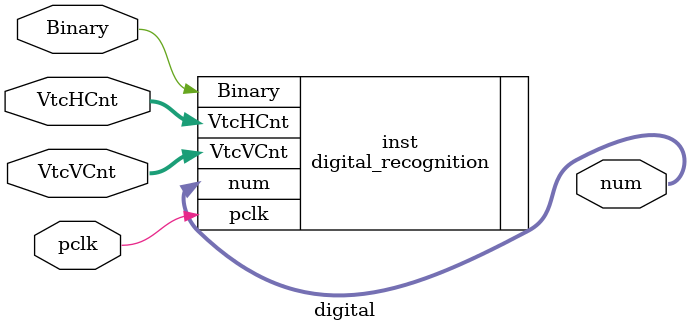
<source format=v>
`timescale 1ns / 1ps


module digital(
  pclk,
  VtcHCnt,
  VtcVCnt,
  Binary,
  num
);

input wire pclk;
input wire [11 : 0] VtcHCnt;
input wire [10 : 0] VtcVCnt;
input wire Binary;
output wire [3 : 0] num;

  digital_recognition #(
    .CENTER_H(640),
    .CENTER_V(360),
    .VtcVCnt_max(266),
    .VtcHCnt_max(200),
    .VtcHCnt_l(540),
    .VtcHCnt_r(740),
    .VtcVCnt_u(227),
    .VtcVCnt_d(493),
    .X1(333),
    .X2(404)
  ) inst (
    .pclk(pclk),
    .VtcHCnt(VtcHCnt),
    .VtcVCnt(VtcVCnt),
    .Binary(Binary),
    .num(num)
  );
endmodule


</source>
